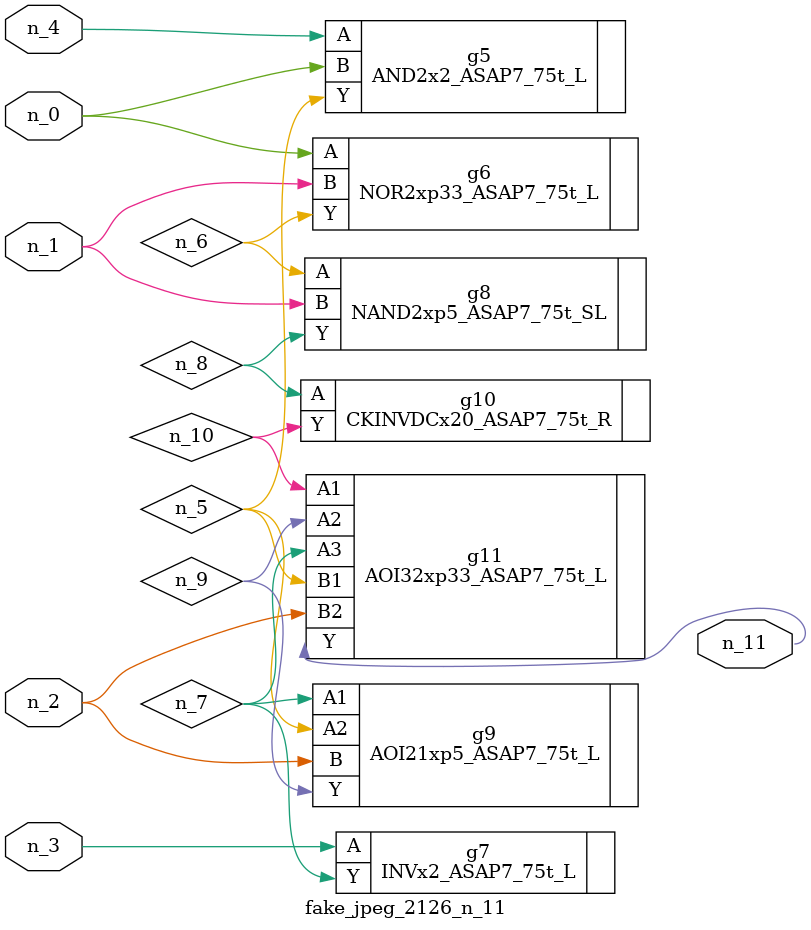
<source format=v>
module fake_jpeg_2126_n_11 (n_3, n_2, n_1, n_0, n_4, n_11);

input n_3;
input n_2;
input n_1;
input n_0;
input n_4;

output n_11;

wire n_10;
wire n_8;
wire n_9;
wire n_6;
wire n_5;
wire n_7;

AND2x2_ASAP7_75t_L g5 ( 
.A(n_4),
.B(n_0),
.Y(n_5)
);

NOR2xp33_ASAP7_75t_L g6 ( 
.A(n_0),
.B(n_1),
.Y(n_6)
);

INVx2_ASAP7_75t_L g7 ( 
.A(n_3),
.Y(n_7)
);

NAND2xp5_ASAP7_75t_SL g8 ( 
.A(n_6),
.B(n_1),
.Y(n_8)
);

CKINVDCx20_ASAP7_75t_R g10 ( 
.A(n_8),
.Y(n_10)
);

AOI21xp5_ASAP7_75t_L g9 ( 
.A1(n_7),
.A2(n_5),
.B(n_2),
.Y(n_9)
);

AOI32xp33_ASAP7_75t_L g11 ( 
.A1(n_10),
.A2(n_9),
.A3(n_7),
.B1(n_5),
.B2(n_2),
.Y(n_11)
);


endmodule
</source>
